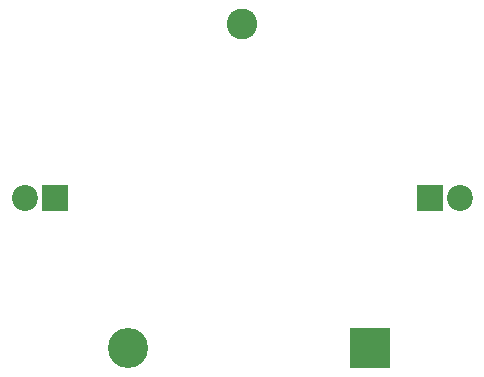
<source format=gbr>
G04 #@! TF.FileFunction,Soldermask,Bot*
%FSLAX46Y46*%
G04 Gerber Fmt 4.6, Leading zero omitted, Abs format (unit mm)*
G04 Created by KiCad (PCBNEW 4.0.7+dfsg1-1) date Sat Apr  7 12:07:35 2018*
%MOMM*%
%LPD*%
G01*
G04 APERTURE LIST*
%ADD10C,0.100000*%
%ADD11C,3.400000*%
%ADD12R,3.400000X3.400000*%
%ADD13R,2.200000X2.200000*%
%ADD14C,2.200000*%
%ADD15C,2.600000*%
G04 APERTURE END LIST*
D10*
D11*
X140165000Y-105410000D03*
D12*
X160655000Y-105410000D03*
D13*
X165735000Y-92710000D03*
D14*
X168275000Y-92710000D03*
D13*
X133985000Y-92710000D03*
D14*
X131445000Y-92710000D03*
D15*
X149860000Y-78010000D03*
M02*

</source>
